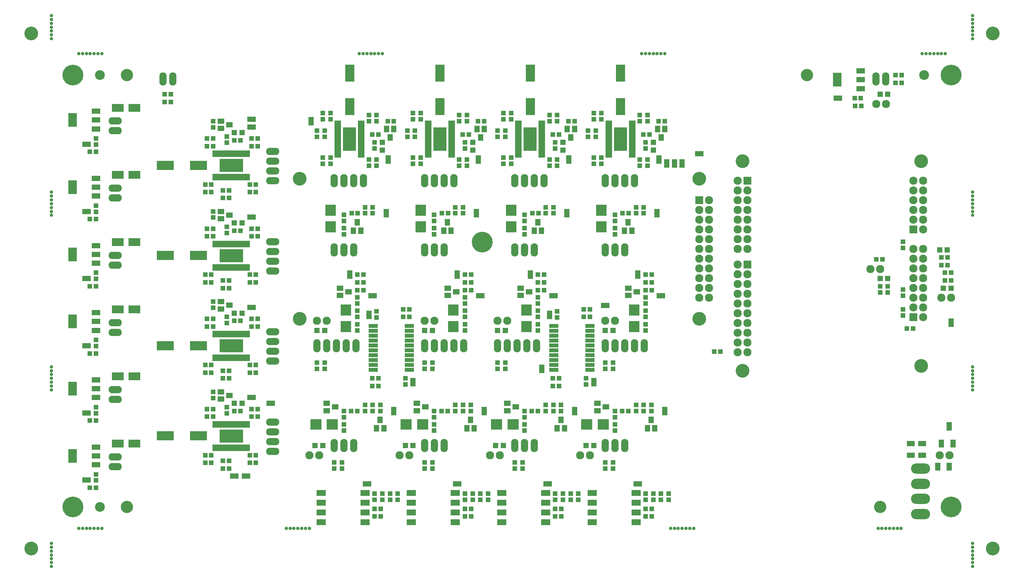
<source format=gbr>
G04 #@! TF.FileFunction,Soldermask,Top*
%FSLAX46Y46*%
G04 Gerber Fmt 4.6, Leading zero omitted, Abs format (unit mm)*
G04 Created by KiCad (PCBNEW 4.0.5) date 06/08/17 15:42:24*
%MOMM*%
%LPD*%
G01*
G04 APERTURE LIST*
%ADD10C,0.100000*%
%ADD11R,1.200000X1.200000*%
%ADD12R,2.700000X2.900000*%
%ADD13R,2.900000X2.700000*%
%ADD14R,1.400000X1.400000*%
%ADD15R,2.300000X3.650000*%
%ADD16R,2.300000X1.350000*%
%ADD17O,3.448000X1.924000*%
%ADD18O,1.924000X3.448000*%
%ADD19O,4.972000X2.686000*%
%ADD20R,1.800000X1.400000*%
%ADD21R,1.400000X1.800000*%
%ADD22R,2.127200X2.127200*%
%ADD23O,2.127200X2.127200*%
%ADD24R,3.050000X2.150000*%
%ADD25R,2.350000X1.000000*%
%ADD26R,1.000000X1.750000*%
%ADD27R,0.780000X1.750000*%
%ADD28R,6.100000X3.400000*%
%ADD29R,1.750000X1.000000*%
%ADD30R,1.750000X0.780000*%
%ADD31R,3.400000X6.100000*%
%ADD32R,2.400000X4.500000*%
%ADD33R,4.500000X2.400000*%
%ADD34C,2.540000*%
%ADD35C,5.400000*%
%ADD36C,3.575000*%
%ADD37C,3.200000*%
%ADD38C,0.900000*%
%ADD39R,2.432000X1.543000*%
%ADD40R,1.400000X2.000000*%
%ADD41R,2.000000X1.400000*%
%ADD42R,1.400000X2.200000*%
%ADD43R,2.200000X1.400000*%
G04 APERTURE END LIST*
D10*
D11*
X134900000Y-87550000D03*
X136500000Y-87550000D03*
X78900000Y-136550000D03*
X80500000Y-136550000D03*
X78900000Y-113050000D03*
X80500000Y-113050000D03*
X78900000Y-89550000D03*
X80500000Y-89550000D03*
X78900000Y-66050000D03*
X80500000Y-66050000D03*
X68900000Y-136550000D03*
X67300000Y-136550000D03*
X68900000Y-113050000D03*
X67300000Y-113050000D03*
X68900000Y-89550000D03*
X67300000Y-89550000D03*
X68900000Y-66050000D03*
X67300000Y-66050000D03*
X69400000Y-122550000D03*
X67800000Y-122550000D03*
X69400000Y-99050000D03*
X67800000Y-99050000D03*
X69400000Y-75550000D03*
X67800000Y-75550000D03*
X69400000Y-52050000D03*
X67800000Y-52050000D03*
X79400000Y-122550000D03*
X81000000Y-122550000D03*
X79400000Y-99050000D03*
X81000000Y-99050000D03*
X79400000Y-75550000D03*
X81000000Y-75550000D03*
X79400000Y-52050000D03*
X81000000Y-52050000D03*
X106900000Y-89550000D03*
X108500000Y-89550000D03*
X134900000Y-89550000D03*
X136500000Y-89550000D03*
X153900000Y-89550000D03*
X155500000Y-89550000D03*
X181900000Y-89550000D03*
X183500000Y-89550000D03*
X98400000Y-112050000D03*
X98400000Y-110450000D03*
X96400000Y-112050000D03*
X96400000Y-110450000D03*
X126400000Y-112050000D03*
X126400000Y-110450000D03*
X124400000Y-112050000D03*
X124400000Y-110450000D03*
X145400000Y-112050000D03*
X145400000Y-110450000D03*
X143400000Y-112050000D03*
X143400000Y-110450000D03*
X173400000Y-112050000D03*
X173400000Y-110450000D03*
X171400000Y-112050000D03*
X171400000Y-110450000D03*
X120400000Y-96550000D03*
X118800000Y-96550000D03*
X167400000Y-96550000D03*
X165800000Y-96550000D03*
X112400000Y-116550000D03*
X110800000Y-116550000D03*
X159400000Y-116550000D03*
X157800000Y-116550000D03*
X97900000Y-57050000D03*
X97900000Y-58650000D03*
X121400000Y-57050000D03*
X121400000Y-58650000D03*
X144900000Y-57050000D03*
X144900000Y-58650000D03*
X168400000Y-57050000D03*
X168400000Y-58650000D03*
X97900000Y-47050000D03*
X97900000Y-45450000D03*
X121400000Y-47050000D03*
X121400000Y-45450000D03*
X144900000Y-47050000D03*
X144900000Y-45450000D03*
X182400000Y-47550000D03*
X182400000Y-45950000D03*
X111900000Y-47550000D03*
X111900000Y-45950000D03*
X135400000Y-47550000D03*
X135400000Y-45950000D03*
X158900000Y-47550000D03*
X158900000Y-45950000D03*
X168400000Y-47050000D03*
X168400000Y-45450000D03*
X111900000Y-57550000D03*
X111900000Y-59150000D03*
X135400000Y-57550000D03*
X135400000Y-59150000D03*
X158900000Y-57550000D03*
X158900000Y-59150000D03*
X182400000Y-57550000D03*
X182400000Y-59150000D03*
X110900000Y-71550000D03*
X110900000Y-69950000D03*
X134400000Y-71550000D03*
X134400000Y-69950000D03*
X157900000Y-71550000D03*
X157900000Y-69950000D03*
X181400000Y-71550000D03*
X181400000Y-69950000D03*
X258900000Y-85050000D03*
X260500000Y-85050000D03*
X258900000Y-83050000D03*
X260500000Y-83050000D03*
X242900000Y-90550000D03*
X242900000Y-92150000D03*
X244900000Y-90550000D03*
X244900000Y-92150000D03*
X261400000Y-89050000D03*
X259800000Y-89050000D03*
X261400000Y-87050000D03*
X259800000Y-87050000D03*
X115400000Y-144550000D03*
X115400000Y-146150000D03*
X138900000Y-144550000D03*
X138900000Y-146150000D03*
X162400000Y-144550000D03*
X162400000Y-146150000D03*
X185900000Y-144550000D03*
X185900000Y-146150000D03*
X111400000Y-150550000D03*
X113000000Y-150550000D03*
X134900000Y-150550000D03*
X136500000Y-150550000D03*
X158400000Y-150550000D03*
X160000000Y-150550000D03*
X181900000Y-150550000D03*
X183500000Y-150550000D03*
X110900000Y-123050000D03*
X110900000Y-121450000D03*
X134400000Y-123050000D03*
X134400000Y-121450000D03*
X157900000Y-123050000D03*
X157900000Y-121450000D03*
X181400000Y-123050000D03*
X181400000Y-121450000D03*
X58400000Y-42550000D03*
X56800000Y-42550000D03*
X58400000Y-40550000D03*
X56800000Y-40550000D03*
X246900000Y-37550000D03*
X248500000Y-37550000D03*
X246900000Y-35550000D03*
X248500000Y-35550000D03*
X179400000Y-123050000D03*
X179400000Y-121450000D03*
X155900000Y-123050000D03*
X155900000Y-121450000D03*
X132400000Y-123050000D03*
X132400000Y-121450000D03*
X108900000Y-123050000D03*
X108900000Y-121450000D03*
X181900000Y-148550000D03*
X183500000Y-148550000D03*
X158400000Y-148550000D03*
X160000000Y-148550000D03*
X134900000Y-148550000D03*
X136500000Y-148550000D03*
X111400000Y-148550000D03*
X113000000Y-148550000D03*
X183900000Y-144550000D03*
X183900000Y-146150000D03*
X160400000Y-144550000D03*
X160400000Y-146150000D03*
X136900000Y-144550000D03*
X136900000Y-146150000D03*
X113400000Y-144550000D03*
X113400000Y-146150000D03*
X179400000Y-71550000D03*
X179400000Y-69950000D03*
X155900000Y-71550000D03*
X155900000Y-69950000D03*
X132400000Y-71550000D03*
X132400000Y-69950000D03*
X108900000Y-71550000D03*
X108900000Y-69950000D03*
X180400000Y-57550000D03*
X180400000Y-59150000D03*
X180400000Y-47550000D03*
X180400000Y-45950000D03*
X170400000Y-47050000D03*
X170400000Y-45450000D03*
X170400000Y-57050000D03*
X170400000Y-58650000D03*
X156900000Y-57550000D03*
X156900000Y-59150000D03*
X156900000Y-47550000D03*
X156900000Y-45950000D03*
X146900000Y-47050000D03*
X146900000Y-45450000D03*
X146900000Y-57050000D03*
X146900000Y-58650000D03*
X133400000Y-57550000D03*
X133400000Y-59150000D03*
X133400000Y-47550000D03*
X133400000Y-45950000D03*
X123400000Y-47050000D03*
X123400000Y-45450000D03*
X123400000Y-57050000D03*
X123400000Y-58650000D03*
X109900000Y-57550000D03*
X109900000Y-59150000D03*
X109900000Y-47550000D03*
X109900000Y-45950000D03*
X99900000Y-47050000D03*
X99900000Y-45450000D03*
X99900000Y-57050000D03*
X99900000Y-58650000D03*
X168900000Y-50050000D03*
X168900000Y-51650000D03*
X166900000Y-50050000D03*
X166900000Y-51650000D03*
X145400000Y-50050000D03*
X145400000Y-51650000D03*
X143400000Y-50050000D03*
X143400000Y-51650000D03*
X121900000Y-50050000D03*
X121900000Y-51650000D03*
X119900000Y-50050000D03*
X119900000Y-51650000D03*
X98400000Y-50050000D03*
X98400000Y-51650000D03*
X96400000Y-50050000D03*
X96400000Y-51650000D03*
X186900000Y-47550000D03*
X185300000Y-47550000D03*
X163400000Y-47550000D03*
X161800000Y-47550000D03*
X139900000Y-47550000D03*
X138300000Y-47550000D03*
X116400000Y-47550000D03*
X114800000Y-47550000D03*
X181900000Y-53050000D03*
X181900000Y-54650000D03*
X158400000Y-53050000D03*
X158400000Y-54650000D03*
X134900000Y-53050000D03*
X134900000Y-54650000D03*
X111400000Y-53050000D03*
X111400000Y-54650000D03*
X182900000Y-51050000D03*
X181300000Y-51050000D03*
X159400000Y-51050000D03*
X157800000Y-51050000D03*
X135900000Y-51050000D03*
X134300000Y-51050000D03*
X112400000Y-51050000D03*
X110800000Y-51050000D03*
X159400000Y-114550000D03*
X157800000Y-114550000D03*
X112400000Y-114550000D03*
X110800000Y-114550000D03*
X167400000Y-98550000D03*
X165800000Y-98550000D03*
X120400000Y-98550000D03*
X118800000Y-98550000D03*
X79400000Y-54050000D03*
X81000000Y-54050000D03*
X69400000Y-54050000D03*
X67800000Y-54050000D03*
X68900000Y-64050000D03*
X67300000Y-64050000D03*
X78900000Y-64050000D03*
X80500000Y-64050000D03*
X79400000Y-77550000D03*
X81000000Y-77550000D03*
X69400000Y-77550000D03*
X67800000Y-77550000D03*
X68900000Y-87550000D03*
X67300000Y-87550000D03*
X78900000Y-87550000D03*
X80500000Y-87550000D03*
X79400000Y-101050000D03*
X81000000Y-101050000D03*
X69400000Y-101050000D03*
X67800000Y-101050000D03*
X68900000Y-111050000D03*
X67300000Y-111050000D03*
X78900000Y-111050000D03*
X80500000Y-111050000D03*
X79400000Y-124550000D03*
X81000000Y-124550000D03*
X69400000Y-124550000D03*
X67800000Y-124550000D03*
X68900000Y-134550000D03*
X67300000Y-134550000D03*
X78900000Y-134550000D03*
X80500000Y-134550000D03*
X71900000Y-65550000D03*
X73500000Y-65550000D03*
X71900000Y-67550000D03*
X73500000Y-67550000D03*
X71900000Y-89050000D03*
X73500000Y-89050000D03*
X71900000Y-91050000D03*
X73500000Y-91050000D03*
X71900000Y-112550000D03*
X73500000Y-112550000D03*
X71900000Y-114550000D03*
X73500000Y-114550000D03*
X71900000Y-136050000D03*
X73500000Y-136050000D03*
X71900000Y-138050000D03*
X73500000Y-138050000D03*
X69400000Y-47550000D03*
X69400000Y-49150000D03*
X69400000Y-71050000D03*
X69400000Y-72650000D03*
X69400000Y-94550000D03*
X69400000Y-96150000D03*
X69400000Y-118050000D03*
X69400000Y-119650000D03*
X74900000Y-52550000D03*
X76500000Y-52550000D03*
X74900000Y-76050000D03*
X76500000Y-76050000D03*
X74900000Y-99550000D03*
X76500000Y-99550000D03*
X74900000Y-123050000D03*
X76500000Y-123050000D03*
X72900000Y-51550000D03*
X72900000Y-53150000D03*
X72900000Y-75050000D03*
X72900000Y-76650000D03*
X72900000Y-98550000D03*
X72900000Y-100150000D03*
X72900000Y-122050000D03*
X72900000Y-123650000D03*
X181900000Y-91550000D03*
X183500000Y-91550000D03*
X153900000Y-91550000D03*
X155500000Y-91550000D03*
X134900000Y-91550000D03*
X136500000Y-91550000D03*
X106900000Y-91550000D03*
X108500000Y-91550000D03*
D12*
X103900000Y-101050000D03*
X103900000Y-96750000D03*
X131900000Y-101050000D03*
X131900000Y-96750000D03*
X150900000Y-101050000D03*
X150900000Y-96750000D03*
X178900000Y-101050000D03*
X178900000Y-96750000D03*
X99900000Y-75050000D03*
X99900000Y-70750000D03*
X123400000Y-75050000D03*
X123400000Y-70750000D03*
X146900000Y-75050000D03*
X146900000Y-70750000D03*
X170400000Y-75050000D03*
X170400000Y-70750000D03*
D13*
X100400000Y-126550000D03*
X96100000Y-126550000D03*
X123900000Y-126550000D03*
X119600000Y-126550000D03*
X147400000Y-126550000D03*
X143100000Y-126550000D03*
X170900000Y-126550000D03*
X166600000Y-126550000D03*
D11*
X106900000Y-102050000D03*
X106900000Y-100450000D03*
X134900000Y-102050000D03*
X134900000Y-100450000D03*
X153900000Y-102050000D03*
X153900000Y-100450000D03*
X181900000Y-102050000D03*
X181900000Y-100450000D03*
X103400000Y-77050000D03*
X103400000Y-75450000D03*
X126900000Y-77050000D03*
X126900000Y-75450000D03*
X150400000Y-77050000D03*
X150400000Y-75450000D03*
X173900000Y-77050000D03*
X173900000Y-75450000D03*
X103400000Y-126550000D03*
X103400000Y-128150000D03*
X126900000Y-126550000D03*
X126900000Y-128150000D03*
X150400000Y-126550000D03*
X150400000Y-128150000D03*
X173900000Y-126550000D03*
X173900000Y-128150000D03*
X237900000Y-41550000D03*
X236300000Y-41550000D03*
X236400000Y-43550000D03*
X238000000Y-43550000D03*
X173900000Y-123050000D03*
X173900000Y-124650000D03*
X177400000Y-123050000D03*
X175800000Y-123050000D03*
X150400000Y-123050000D03*
X150400000Y-124650000D03*
X153900000Y-123050000D03*
X152300000Y-123050000D03*
X126900000Y-123050000D03*
X126900000Y-124650000D03*
X130400000Y-123050000D03*
X128800000Y-123050000D03*
X103400000Y-123050000D03*
X103400000Y-124650000D03*
X106900000Y-123050000D03*
X105300000Y-123050000D03*
X183400000Y-123050000D03*
X183400000Y-121450000D03*
X159900000Y-123050000D03*
X159900000Y-121450000D03*
X136400000Y-123050000D03*
X136400000Y-121450000D03*
X112900000Y-123050000D03*
X112900000Y-121450000D03*
X181900000Y-144550000D03*
X181900000Y-146150000D03*
X158400000Y-144550000D03*
X158400000Y-146150000D03*
X134900000Y-144550000D03*
X134900000Y-146150000D03*
X111400000Y-144550000D03*
X111400000Y-146150000D03*
X38900000Y-52050000D03*
X38900000Y-53650000D03*
X38900000Y-69550000D03*
X38900000Y-71150000D03*
X38900000Y-87050000D03*
X38900000Y-88650000D03*
X38900000Y-104550000D03*
X38900000Y-106150000D03*
X38900000Y-55550000D03*
X37300000Y-55550000D03*
X38900000Y-73050000D03*
X37300000Y-73050000D03*
X38900000Y-90550000D03*
X37300000Y-90550000D03*
X38900000Y-108050000D03*
X37300000Y-108050000D03*
X38900000Y-122050000D03*
X38900000Y-123650000D03*
X38900000Y-139550000D03*
X38900000Y-141150000D03*
X38900000Y-125550000D03*
X37300000Y-125550000D03*
X38900000Y-143050000D03*
X37300000Y-143050000D03*
X173900000Y-73550000D03*
X173900000Y-71950000D03*
X175900000Y-71550000D03*
X177500000Y-71550000D03*
X150400000Y-73550000D03*
X150400000Y-71950000D03*
X152400000Y-71550000D03*
X154000000Y-71550000D03*
X126900000Y-73550000D03*
X126900000Y-71950000D03*
X128900000Y-71550000D03*
X130500000Y-71550000D03*
X103400000Y-73550000D03*
X103400000Y-71950000D03*
X105400000Y-71550000D03*
X107000000Y-71550000D03*
X248900000Y-93050000D03*
X248900000Y-91450000D03*
X248900000Y-80550000D03*
X248900000Y-78950000D03*
X166400000Y-114550000D03*
X166400000Y-116150000D03*
X119400000Y-114550000D03*
X119400000Y-116150000D03*
X158900000Y-97050000D03*
X158900000Y-98650000D03*
X111900000Y-97050000D03*
X111900000Y-98650000D03*
X181900000Y-98550000D03*
X181900000Y-96950000D03*
X181900000Y-95050000D03*
X181900000Y-93450000D03*
X153900000Y-98550000D03*
X153900000Y-96950000D03*
X153900000Y-95050000D03*
X153900000Y-93450000D03*
X248900000Y-96550000D03*
X248900000Y-98150000D03*
X134900000Y-98550000D03*
X134900000Y-96950000D03*
X134900000Y-95050000D03*
X134900000Y-93450000D03*
X106900000Y-98550000D03*
X106900000Y-96950000D03*
X106900000Y-95050000D03*
X106900000Y-93450000D03*
X181900000Y-87550000D03*
X183500000Y-87550000D03*
X153900000Y-87550000D03*
X155500000Y-87550000D03*
X106900000Y-87550000D03*
X108500000Y-87550000D03*
X249900000Y-101550000D03*
X251500000Y-101550000D03*
D14*
X96400000Y-102050000D03*
X98400000Y-102050000D03*
X124400000Y-102050000D03*
X126400000Y-102050000D03*
X143400000Y-102050000D03*
X145400000Y-102050000D03*
X171400000Y-102050000D03*
X173400000Y-102050000D03*
X244900000Y-88550000D03*
X242900000Y-88550000D03*
X259400000Y-91050000D03*
X261400000Y-91050000D03*
X244900000Y-40550000D03*
X242900000Y-40550000D03*
D15*
X231800000Y-36750000D03*
D16*
X237900000Y-36750000D03*
X237900000Y-34450000D03*
X237900000Y-39050000D03*
D15*
X32800000Y-47250000D03*
D16*
X38900000Y-47250000D03*
X38900000Y-44950000D03*
X38900000Y-49550000D03*
D15*
X32800000Y-64750000D03*
D16*
X38900000Y-64750000D03*
X38900000Y-62450000D03*
X38900000Y-67050000D03*
D15*
X32800000Y-82250000D03*
D16*
X38900000Y-82250000D03*
X38900000Y-79950000D03*
X38900000Y-84550000D03*
D15*
X32800000Y-99750000D03*
D16*
X38900000Y-99750000D03*
X38900000Y-97450000D03*
X38900000Y-102050000D03*
D15*
X32800000Y-117250000D03*
D16*
X38900000Y-117250000D03*
X38900000Y-114950000D03*
X38900000Y-119550000D03*
D15*
X32800000Y-134750000D03*
D16*
X38900000Y-134750000D03*
X38900000Y-132450000D03*
X38900000Y-137050000D03*
D17*
X43900000Y-137550000D03*
X43900000Y-135010000D03*
X43900000Y-120050000D03*
X43900000Y-117510000D03*
X43900000Y-102550000D03*
X43900000Y-100010000D03*
X43900000Y-85050000D03*
X43900000Y-82510000D03*
X43900000Y-67550000D03*
X43900000Y-65010000D03*
X43900000Y-50050000D03*
X43900000Y-47510000D03*
D18*
X58900000Y-36550000D03*
X56360000Y-36550000D03*
X244400000Y-36550000D03*
X241860000Y-36550000D03*
D19*
X253400000Y-138050000D03*
X253400000Y-142012400D03*
X253400000Y-145974800D03*
X253400000Y-149937200D03*
D20*
X169400000Y-121050000D03*
X169400000Y-122950000D03*
X171600000Y-122000000D03*
D21*
X182400000Y-127550000D03*
X184300000Y-127550000D03*
X183350000Y-125350000D03*
D20*
X145900000Y-121050000D03*
X145900000Y-122950000D03*
X148100000Y-122000000D03*
D21*
X158900000Y-127550000D03*
X160800000Y-127550000D03*
X159850000Y-125350000D03*
D20*
X122400000Y-121050000D03*
X122400000Y-122950000D03*
X124600000Y-122000000D03*
D21*
X135400000Y-127550000D03*
X137300000Y-127550000D03*
X136350000Y-125350000D03*
D20*
X98900000Y-121050000D03*
X98900000Y-122950000D03*
X101100000Y-122000000D03*
D21*
X111900000Y-127550000D03*
X113800000Y-127550000D03*
X112850000Y-125350000D03*
X176400000Y-76050000D03*
X178300000Y-76050000D03*
X177350000Y-73850000D03*
X152900000Y-76050000D03*
X154800000Y-76050000D03*
X153850000Y-73850000D03*
X129400000Y-76050000D03*
X131300000Y-76050000D03*
X130350000Y-73850000D03*
X105900000Y-76050000D03*
X107800000Y-76050000D03*
X106850000Y-73850000D03*
X186900000Y-49550000D03*
X185000000Y-49550000D03*
X185950000Y-51750000D03*
X163400000Y-49550000D03*
X161500000Y-49550000D03*
X162450000Y-51750000D03*
X139900000Y-49550000D03*
X138000000Y-49550000D03*
X138950000Y-51750000D03*
X116400000Y-49550000D03*
X114500000Y-49550000D03*
X115450000Y-51750000D03*
D20*
X71400000Y-47550000D03*
X71400000Y-49450000D03*
X73600000Y-48500000D03*
X71400000Y-71050000D03*
X71400000Y-72950000D03*
X73600000Y-72000000D03*
X71400000Y-94550000D03*
X71400000Y-96450000D03*
X73600000Y-95500000D03*
X71400000Y-118050000D03*
X71400000Y-119950000D03*
X73600000Y-119000000D03*
X177400000Y-91050000D03*
X177400000Y-92950000D03*
X179600000Y-92000000D03*
X149400000Y-91050000D03*
X149400000Y-92950000D03*
X151600000Y-92000000D03*
X130400000Y-91050000D03*
X130400000Y-92950000D03*
X132600000Y-92000000D03*
X102400000Y-91050000D03*
X102400000Y-92950000D03*
X104600000Y-92000000D03*
D22*
X195890000Y-68130000D03*
D23*
X198430000Y-68130000D03*
X195890000Y-70670000D03*
X198430000Y-70670000D03*
X195890000Y-73210000D03*
X198430000Y-73210000D03*
X195890000Y-75750000D03*
X198430000Y-75750000D03*
X195890000Y-78290000D03*
X198430000Y-78290000D03*
X195890000Y-80830000D03*
X198430000Y-80830000D03*
X195890000Y-83370000D03*
X198430000Y-83370000D03*
X195890000Y-85910000D03*
X198430000Y-85910000D03*
X195890000Y-88450000D03*
X198430000Y-88450000D03*
X195890000Y-90990000D03*
X198430000Y-90990000D03*
X195890000Y-93530000D03*
X198430000Y-93530000D03*
D17*
X84900000Y-133550000D03*
X84900000Y-131010000D03*
X84900000Y-128470000D03*
X84900000Y-125930000D03*
X84900000Y-110050000D03*
X84900000Y-107510000D03*
X84900000Y-104970000D03*
X84900000Y-102430000D03*
X84900000Y-86550000D03*
X84900000Y-84010000D03*
X84900000Y-81470000D03*
X84900000Y-78930000D03*
X84900000Y-63050000D03*
X84900000Y-60510000D03*
X84900000Y-57970000D03*
X84900000Y-55430000D03*
D18*
X100900000Y-63050000D03*
X103440000Y-63050000D03*
X105980000Y-63050000D03*
X108520000Y-63050000D03*
X124400000Y-63050000D03*
X126940000Y-63050000D03*
X129480000Y-63050000D03*
X132020000Y-63050000D03*
X147900000Y-63050000D03*
X150440000Y-63050000D03*
X152980000Y-63050000D03*
X155520000Y-63050000D03*
X171400000Y-63050000D03*
X173940000Y-63050000D03*
X176480000Y-63050000D03*
X179020000Y-63050000D03*
X100900000Y-81050000D03*
X103440000Y-81050000D03*
X105980000Y-81050000D03*
X124400000Y-81050000D03*
X126940000Y-81050000D03*
X129480000Y-81050000D03*
X147900000Y-81050000D03*
X150440000Y-81050000D03*
X152980000Y-81050000D03*
X171400000Y-81050000D03*
X173940000Y-81050000D03*
X176480000Y-81050000D03*
X100900000Y-132050000D03*
X103440000Y-132050000D03*
X105980000Y-132050000D03*
X124400000Y-132050000D03*
X126940000Y-132050000D03*
X129480000Y-132050000D03*
X147900000Y-132050000D03*
X150440000Y-132050000D03*
X152980000Y-132050000D03*
X171400000Y-132050000D03*
X173940000Y-132050000D03*
X176480000Y-132050000D03*
X96400000Y-106050000D03*
X98940000Y-106050000D03*
X101480000Y-106050000D03*
X104020000Y-106050000D03*
X106560000Y-106050000D03*
X124400000Y-106050000D03*
X126940000Y-106050000D03*
X129480000Y-106050000D03*
X132020000Y-106050000D03*
X134560000Y-106050000D03*
X143400000Y-106050000D03*
X145940000Y-106050000D03*
X148480000Y-106050000D03*
X151020000Y-106050000D03*
X153560000Y-106050000D03*
X171400000Y-106050000D03*
X173940000Y-106050000D03*
X176480000Y-106050000D03*
X179020000Y-106050000D03*
X181560000Y-106050000D03*
D24*
X48900000Y-44050000D03*
X44600000Y-44050000D03*
X48900000Y-61550000D03*
X44600000Y-61550000D03*
X48900000Y-79050000D03*
X44600000Y-79050000D03*
X48900000Y-96550000D03*
X44600000Y-96550000D03*
X48900000Y-114050000D03*
X44600000Y-114050000D03*
X48900000Y-131550000D03*
X44600000Y-131550000D03*
D25*
X167400000Y-112355000D03*
X167400000Y-111085000D03*
X167400000Y-109815000D03*
X167400000Y-108545000D03*
X167400000Y-107275000D03*
X167400000Y-106005000D03*
X167400000Y-104735000D03*
X167400000Y-103465000D03*
X167400000Y-102195000D03*
X167400000Y-100925000D03*
X158000000Y-100925000D03*
X158000000Y-102195000D03*
X158000000Y-103465000D03*
X158000000Y-104735000D03*
X158000000Y-106005000D03*
X158000000Y-107275000D03*
X158000000Y-108545000D03*
X158000000Y-109815000D03*
X158000000Y-111085000D03*
X158000000Y-112355000D03*
X120400000Y-112355000D03*
X120400000Y-111085000D03*
X120400000Y-109815000D03*
X120400000Y-108545000D03*
X120400000Y-107275000D03*
X120400000Y-106005000D03*
X120400000Y-104735000D03*
X120400000Y-103465000D03*
X120400000Y-102195000D03*
X120400000Y-100925000D03*
X111000000Y-100925000D03*
X111000000Y-102195000D03*
X111000000Y-103465000D03*
X111000000Y-104735000D03*
X111000000Y-106005000D03*
X111000000Y-107275000D03*
X111000000Y-108545000D03*
X111000000Y-109815000D03*
X111000000Y-111085000D03*
X111000000Y-112355000D03*
D14*
X258400000Y-81050000D03*
X260400000Y-81050000D03*
X183900000Y-53050000D03*
X183900000Y-55050000D03*
X160400000Y-53050000D03*
X160400000Y-55050000D03*
X136900000Y-53050000D03*
X136900000Y-55050000D03*
X113400000Y-53050000D03*
X113400000Y-55050000D03*
X74900000Y-50550000D03*
X76900000Y-50550000D03*
X74900000Y-74050000D03*
X76900000Y-74050000D03*
X74900000Y-97550000D03*
X76900000Y-97550000D03*
X74900000Y-121050000D03*
X76900000Y-121050000D03*
D26*
X69745000Y-132650000D03*
D27*
X70495000Y-132650000D03*
X71145000Y-132650000D03*
X71795000Y-132650000D03*
X72445000Y-132650000D03*
X73095000Y-132650000D03*
X73745000Y-132650000D03*
X74395000Y-132650000D03*
X75045000Y-132650000D03*
X75695000Y-132650000D03*
X76345000Y-132650000D03*
X76995000Y-132650000D03*
X77645000Y-132650000D03*
D26*
X78395000Y-132650000D03*
X78395000Y-126550000D03*
D27*
X77645000Y-126550000D03*
X76995000Y-126550000D03*
X76345000Y-126550000D03*
X75695000Y-126550000D03*
X75045000Y-126550000D03*
X74395000Y-126550000D03*
X73745000Y-126550000D03*
X73095000Y-126550000D03*
X72445000Y-126550000D03*
X71795000Y-126550000D03*
X71145000Y-126550000D03*
X70495000Y-126550000D03*
D26*
X69745000Y-126550000D03*
D28*
X74075000Y-129600000D03*
D26*
X69745000Y-109150000D03*
D27*
X70495000Y-109150000D03*
X71145000Y-109150000D03*
X71795000Y-109150000D03*
X72445000Y-109150000D03*
X73095000Y-109150000D03*
X73745000Y-109150000D03*
X74395000Y-109150000D03*
X75045000Y-109150000D03*
X75695000Y-109150000D03*
X76345000Y-109150000D03*
X76995000Y-109150000D03*
X77645000Y-109150000D03*
D26*
X78395000Y-109150000D03*
X78395000Y-103050000D03*
D27*
X77645000Y-103050000D03*
X76995000Y-103050000D03*
X76345000Y-103050000D03*
X75695000Y-103050000D03*
X75045000Y-103050000D03*
X74395000Y-103050000D03*
X73745000Y-103050000D03*
X73095000Y-103050000D03*
X72445000Y-103050000D03*
X71795000Y-103050000D03*
X71145000Y-103050000D03*
X70495000Y-103050000D03*
D26*
X69745000Y-103050000D03*
D28*
X74075000Y-106100000D03*
D26*
X69745000Y-85650000D03*
D27*
X70495000Y-85650000D03*
X71145000Y-85650000D03*
X71795000Y-85650000D03*
X72445000Y-85650000D03*
X73095000Y-85650000D03*
X73745000Y-85650000D03*
X74395000Y-85650000D03*
X75045000Y-85650000D03*
X75695000Y-85650000D03*
X76345000Y-85650000D03*
X76995000Y-85650000D03*
X77645000Y-85650000D03*
D26*
X78395000Y-85650000D03*
X78395000Y-79550000D03*
D27*
X77645000Y-79550000D03*
X76995000Y-79550000D03*
X76345000Y-79550000D03*
X75695000Y-79550000D03*
X75045000Y-79550000D03*
X74395000Y-79550000D03*
X73745000Y-79550000D03*
X73095000Y-79550000D03*
X72445000Y-79550000D03*
X71795000Y-79550000D03*
X71145000Y-79550000D03*
X70495000Y-79550000D03*
D26*
X69745000Y-79550000D03*
D28*
X74075000Y-82600000D03*
D26*
X69745000Y-62150000D03*
D27*
X70495000Y-62150000D03*
X71145000Y-62150000D03*
X71795000Y-62150000D03*
X72445000Y-62150000D03*
X73095000Y-62150000D03*
X73745000Y-62150000D03*
X74395000Y-62150000D03*
X75045000Y-62150000D03*
X75695000Y-62150000D03*
X76345000Y-62150000D03*
X76995000Y-62150000D03*
X77645000Y-62150000D03*
D26*
X78395000Y-62150000D03*
X78395000Y-56050000D03*
D27*
X77645000Y-56050000D03*
X76995000Y-56050000D03*
X76345000Y-56050000D03*
X75695000Y-56050000D03*
X75045000Y-56050000D03*
X74395000Y-56050000D03*
X73745000Y-56050000D03*
X73095000Y-56050000D03*
X72445000Y-56050000D03*
X71795000Y-56050000D03*
X71145000Y-56050000D03*
X70495000Y-56050000D03*
D26*
X69745000Y-56050000D03*
D28*
X74075000Y-59100000D03*
D29*
X101800000Y-47895000D03*
D30*
X101800000Y-48645000D03*
X101800000Y-49295000D03*
X101800000Y-49945000D03*
X101800000Y-50595000D03*
X101800000Y-51245000D03*
X101800000Y-51895000D03*
X101800000Y-52545000D03*
X101800000Y-53195000D03*
X101800000Y-53845000D03*
X101800000Y-54495000D03*
X101800000Y-55145000D03*
X101800000Y-55795000D03*
D29*
X101800000Y-56545000D03*
X107900000Y-56545000D03*
D30*
X107900000Y-55795000D03*
X107900000Y-55145000D03*
X107900000Y-54495000D03*
X107900000Y-53845000D03*
X107900000Y-53195000D03*
X107900000Y-52545000D03*
X107900000Y-51895000D03*
X107900000Y-51245000D03*
X107900000Y-50595000D03*
X107900000Y-49945000D03*
X107900000Y-49295000D03*
X107900000Y-48645000D03*
D29*
X107900000Y-47895000D03*
D31*
X104850000Y-52225000D03*
D29*
X125300000Y-47895000D03*
D30*
X125300000Y-48645000D03*
X125300000Y-49295000D03*
X125300000Y-49945000D03*
X125300000Y-50595000D03*
X125300000Y-51245000D03*
X125300000Y-51895000D03*
X125300000Y-52545000D03*
X125300000Y-53195000D03*
X125300000Y-53845000D03*
X125300000Y-54495000D03*
X125300000Y-55145000D03*
X125300000Y-55795000D03*
D29*
X125300000Y-56545000D03*
X131400000Y-56545000D03*
D30*
X131400000Y-55795000D03*
X131400000Y-55145000D03*
X131400000Y-54495000D03*
X131400000Y-53845000D03*
X131400000Y-53195000D03*
X131400000Y-52545000D03*
X131400000Y-51895000D03*
X131400000Y-51245000D03*
X131400000Y-50595000D03*
X131400000Y-49945000D03*
X131400000Y-49295000D03*
X131400000Y-48645000D03*
D29*
X131400000Y-47895000D03*
D31*
X128350000Y-52225000D03*
D29*
X148800000Y-47895000D03*
D30*
X148800000Y-48645000D03*
X148800000Y-49295000D03*
X148800000Y-49945000D03*
X148800000Y-50595000D03*
X148800000Y-51245000D03*
X148800000Y-51895000D03*
X148800000Y-52545000D03*
X148800000Y-53195000D03*
X148800000Y-53845000D03*
X148800000Y-54495000D03*
X148800000Y-55145000D03*
X148800000Y-55795000D03*
D29*
X148800000Y-56545000D03*
X154900000Y-56545000D03*
D30*
X154900000Y-55795000D03*
X154900000Y-55145000D03*
X154900000Y-54495000D03*
X154900000Y-53845000D03*
X154900000Y-53195000D03*
X154900000Y-52545000D03*
X154900000Y-51895000D03*
X154900000Y-51245000D03*
X154900000Y-50595000D03*
X154900000Y-49945000D03*
X154900000Y-49295000D03*
X154900000Y-48645000D03*
D29*
X154900000Y-47895000D03*
D31*
X151850000Y-52225000D03*
D29*
X172300000Y-47895000D03*
D30*
X172300000Y-48645000D03*
X172300000Y-49295000D03*
X172300000Y-49945000D03*
X172300000Y-50595000D03*
X172300000Y-51245000D03*
X172300000Y-51895000D03*
X172300000Y-52545000D03*
X172300000Y-53195000D03*
X172300000Y-53845000D03*
X172300000Y-54495000D03*
X172300000Y-55145000D03*
X172300000Y-55795000D03*
D29*
X172300000Y-56545000D03*
X178400000Y-56545000D03*
D30*
X178400000Y-55795000D03*
X178400000Y-55145000D03*
X178400000Y-54495000D03*
X178400000Y-53845000D03*
X178400000Y-53195000D03*
X178400000Y-52545000D03*
X178400000Y-51895000D03*
X178400000Y-51245000D03*
X178400000Y-50595000D03*
X178400000Y-49945000D03*
X178400000Y-49295000D03*
X178400000Y-48645000D03*
D29*
X178400000Y-47895000D03*
D31*
X175350000Y-52225000D03*
D32*
X175400000Y-35050000D03*
X175400000Y-43750000D03*
X151900000Y-35050000D03*
X151900000Y-43750000D03*
X128400000Y-35050000D03*
X128400000Y-43750000D03*
X104900000Y-35050000D03*
X104900000Y-43750000D03*
D33*
X56900000Y-59050000D03*
X65600000Y-59050000D03*
X56900000Y-82550000D03*
X65600000Y-82550000D03*
X56900000Y-106050000D03*
X65600000Y-106050000D03*
X56900000Y-129550000D03*
X65600000Y-129550000D03*
D11*
X171400000Y-138050000D03*
X171400000Y-136450000D03*
X173400000Y-138050000D03*
X173400000Y-136450000D03*
X147900000Y-138050000D03*
X147900000Y-136450000D03*
X149900000Y-138050000D03*
X149900000Y-136450000D03*
X124400000Y-138050000D03*
X124400000Y-136450000D03*
X126400000Y-138050000D03*
X126400000Y-136450000D03*
X100900000Y-138050000D03*
X100900000Y-136450000D03*
X102900000Y-138050000D03*
X102900000Y-136450000D03*
D14*
X166400000Y-132050000D03*
X168400000Y-132050000D03*
X142900000Y-132050000D03*
X144900000Y-132050000D03*
X119400000Y-132050000D03*
X121400000Y-132050000D03*
X95900000Y-132050000D03*
X97900000Y-132050000D03*
D23*
X258400000Y-134550000D03*
X260940000Y-134550000D03*
X241900000Y-43050000D03*
X244440000Y-43050000D03*
X164900000Y-134550000D03*
X167440000Y-134550000D03*
X141400000Y-134550000D03*
X143940000Y-134550000D03*
X117900000Y-134550000D03*
X120440000Y-134550000D03*
X94400000Y-134550000D03*
X96940000Y-134550000D03*
X258900000Y-93550000D03*
X261440000Y-93550000D03*
X242900000Y-86050000D03*
X240360000Y-86050000D03*
X171400000Y-99550000D03*
X173940000Y-99550000D03*
X143400000Y-99550000D03*
X145940000Y-99550000D03*
X124400000Y-99550000D03*
X126940000Y-99550000D03*
X96400000Y-99550000D03*
X98940000Y-99550000D03*
D34*
X39900000Y-35550000D03*
X254400000Y-35550000D03*
X39900000Y-148050000D03*
D35*
X261400000Y-148050000D03*
X32900000Y-148050000D03*
X261400000Y-35550000D03*
X32900000Y-35550000D03*
X139400000Y-79050000D03*
D23*
X205860000Y-63050000D03*
D22*
X208400000Y-63050000D03*
D23*
X205860000Y-65590000D03*
X208400000Y-65590000D03*
X205860000Y-68130000D03*
X208400000Y-68130000D03*
X205860000Y-70670000D03*
X208400000Y-70670000D03*
X205860000Y-73210000D03*
X208400000Y-73210000D03*
X205860000Y-75750000D03*
X208400000Y-75750000D03*
X205860000Y-78290000D03*
X208400000Y-78290000D03*
X205860000Y-80830000D03*
X208400000Y-80830000D03*
X205860000Y-84894000D03*
D22*
X208400000Y-84894000D03*
D23*
X205860000Y-87434000D03*
X208400000Y-87434000D03*
X205860000Y-89974000D03*
X208400000Y-89974000D03*
X205860000Y-92514000D03*
X208400000Y-92514000D03*
X205860000Y-95054000D03*
X208400000Y-95054000D03*
X205860000Y-97594000D03*
X208400000Y-97594000D03*
X205860000Y-100134000D03*
X208400000Y-100134000D03*
X205860000Y-102674000D03*
X208400000Y-102674000D03*
X205860000Y-105214000D03*
X208400000Y-105214000D03*
X205860000Y-107754000D03*
X208400000Y-107754000D03*
X254120000Y-75750000D03*
D22*
X251580000Y-75750000D03*
D23*
X254120000Y-73210000D03*
X251580000Y-73210000D03*
X254120000Y-70670000D03*
X251580000Y-70670000D03*
X254120000Y-68130000D03*
X251580000Y-68130000D03*
X254120000Y-65590000D03*
X251580000Y-65590000D03*
X254120000Y-63050000D03*
X251580000Y-63050000D03*
X254120000Y-98610000D03*
D22*
X251580000Y-98610000D03*
D23*
X254120000Y-96070000D03*
X251580000Y-96070000D03*
X254120000Y-93530000D03*
X251580000Y-93530000D03*
X254120000Y-90990000D03*
X251580000Y-90990000D03*
X254120000Y-88450000D03*
X251580000Y-88450000D03*
X254120000Y-85910000D03*
X251580000Y-85910000D03*
X254120000Y-83370000D03*
X251580000Y-83370000D03*
X254120000Y-80830000D03*
X251580000Y-80830000D03*
D36*
X207130000Y-57970000D03*
X253612000Y-57970000D03*
X253612000Y-111310000D03*
X207130000Y-112580000D03*
X195900000Y-99050000D03*
X195900000Y-62550000D03*
X91900000Y-99050000D03*
X91900000Y-62550000D03*
D11*
X241900000Y-83550000D03*
X243500000Y-83550000D03*
X201400000Y-107550000D03*
X199800000Y-107550000D03*
X187900000Y-144550000D03*
X187900000Y-146150000D03*
X164400000Y-144550000D03*
X164400000Y-146150000D03*
X140900000Y-144550000D03*
X140900000Y-146150000D03*
X117400000Y-144550000D03*
X117400000Y-146150000D03*
D37*
X46900000Y-35550000D03*
X242900000Y-148050000D03*
X223900000Y-35550000D03*
X46900000Y-148050000D03*
D36*
X22050000Y-24700000D03*
X272250000Y-24700000D03*
X272250000Y-158900000D03*
X22050000Y-158900000D03*
D38*
X194400000Y-153650000D03*
X188400000Y-153650000D03*
X193400000Y-153650000D03*
X192400000Y-153650000D03*
X191400000Y-153650000D03*
X190400000Y-153650000D03*
X189400000Y-153650000D03*
X94400000Y-153650000D03*
X88400000Y-153650000D03*
X93400000Y-153650000D03*
X92400000Y-153650000D03*
X91400000Y-153650000D03*
X90400000Y-153650000D03*
X89400000Y-153650000D03*
X40400000Y-153650000D03*
X34400000Y-153650000D03*
X39400000Y-153650000D03*
X38400000Y-153650000D03*
X37400000Y-153650000D03*
X36400000Y-153650000D03*
X35400000Y-153650000D03*
X248400000Y-153650000D03*
X242400000Y-153650000D03*
X247400000Y-153650000D03*
X246400000Y-153650000D03*
X245400000Y-153650000D03*
X244400000Y-153650000D03*
X243400000Y-153650000D03*
X267000000Y-157550000D03*
X267000000Y-163550000D03*
X267000000Y-158550000D03*
X267000000Y-159550000D03*
X267000000Y-160550000D03*
X267000000Y-161550000D03*
X267000000Y-162550000D03*
X267000000Y-20050000D03*
X267000000Y-26050000D03*
X267000000Y-21050000D03*
X267000000Y-22050000D03*
X267000000Y-23050000D03*
X267000000Y-24050000D03*
X267000000Y-25050000D03*
X267000000Y-111550000D03*
X267000000Y-117550000D03*
X267000000Y-112550000D03*
X267000000Y-113550000D03*
X267000000Y-114550000D03*
X267000000Y-115550000D03*
X267000000Y-116550000D03*
X267000000Y-66050000D03*
X267000000Y-72050000D03*
X267000000Y-67050000D03*
X267000000Y-68050000D03*
X267000000Y-69050000D03*
X267000000Y-70050000D03*
X267000000Y-71050000D03*
X27300000Y-163550000D03*
X27300000Y-157550000D03*
X27300000Y-162550000D03*
X27300000Y-161550000D03*
X27300000Y-160550000D03*
X27300000Y-159550000D03*
X27300000Y-158550000D03*
X27300000Y-26050000D03*
X27300000Y-20050000D03*
X27300000Y-25050000D03*
X27300000Y-24050000D03*
X27300000Y-23050000D03*
X27300000Y-22050000D03*
X27300000Y-21050000D03*
X27300000Y-72050000D03*
X27300000Y-66050000D03*
X27300000Y-71050000D03*
X27300000Y-70050000D03*
X27300000Y-69050000D03*
X27300000Y-68050000D03*
X27300000Y-67050000D03*
X27300000Y-117550000D03*
X27300000Y-111550000D03*
X27300000Y-116550000D03*
X27300000Y-115550000D03*
X27300000Y-114550000D03*
X27300000Y-113550000D03*
X27300000Y-112550000D03*
X34400000Y-29950000D03*
X40400000Y-29950000D03*
X35400000Y-29950000D03*
X36400000Y-29950000D03*
X37400000Y-29950000D03*
X38400000Y-29950000D03*
X39400000Y-29950000D03*
X253900000Y-29950000D03*
X259900000Y-29950000D03*
X254900000Y-29950000D03*
X255900000Y-29950000D03*
X256900000Y-29950000D03*
X257900000Y-29950000D03*
X258900000Y-29950000D03*
X107400000Y-29950000D03*
X113400000Y-29950000D03*
X108400000Y-29950000D03*
X109400000Y-29950000D03*
X110400000Y-29950000D03*
X111400000Y-29950000D03*
X112400000Y-29950000D03*
X180900000Y-29950000D03*
X186900000Y-29950000D03*
X181900000Y-29950000D03*
X182900000Y-29950000D03*
X183900000Y-29950000D03*
X184900000Y-29950000D03*
X185900000Y-29950000D03*
D39*
X167975000Y-152050000D03*
X167975000Y-149510000D03*
X167975000Y-146970000D03*
X167975000Y-144430000D03*
X179405000Y-144430000D03*
X179405000Y-146970000D03*
X179405000Y-149510000D03*
X179405000Y-152050000D03*
X144475000Y-152050000D03*
X144475000Y-149510000D03*
X144475000Y-146970000D03*
X144475000Y-144430000D03*
X155905000Y-144430000D03*
X155905000Y-146970000D03*
X155905000Y-149510000D03*
X155905000Y-152050000D03*
X120975000Y-152050000D03*
X120975000Y-149510000D03*
X120975000Y-146970000D03*
X120975000Y-144430000D03*
X132405000Y-144430000D03*
X132405000Y-146970000D03*
X132405000Y-149510000D03*
X132405000Y-152050000D03*
X97475000Y-152050000D03*
X97475000Y-149510000D03*
X97475000Y-146970000D03*
X97475000Y-144430000D03*
X108905000Y-144430000D03*
X108905000Y-146970000D03*
X108905000Y-149510000D03*
X108905000Y-152050000D03*
D40*
X257900000Y-137550000D03*
X260900000Y-137550000D03*
X261900000Y-131550000D03*
X258900000Y-131550000D03*
D41*
X253900000Y-134550000D03*
X253900000Y-131550000D03*
X250900000Y-134550000D03*
X250900000Y-131550000D03*
D42*
X168400000Y-115550000D03*
X156900000Y-98050000D03*
X121400000Y-115550000D03*
X109900000Y-98050000D03*
X154900000Y-112050000D03*
D43*
X171400000Y-95550000D03*
X79400000Y-47050000D03*
X195900000Y-56050000D03*
D42*
X94900000Y-47550000D03*
X187400000Y-58550000D03*
X189400000Y-58550000D03*
X191400000Y-58550000D03*
D43*
X185900000Y-93050000D03*
X157900000Y-93050000D03*
X138900000Y-93050000D03*
X110900000Y-93050000D03*
D42*
X260900000Y-127050000D03*
X261400000Y-100050000D03*
D43*
X84400000Y-121050000D03*
X77900000Y-140050000D03*
X74900000Y-140050000D03*
X231900000Y-41550000D03*
D42*
X186900000Y-123050000D03*
X163400000Y-123050000D03*
X139900000Y-123050000D03*
X116400000Y-123050000D03*
D43*
X179900000Y-142050000D03*
X156400000Y-142050000D03*
X132900000Y-142050000D03*
X109400000Y-142050000D03*
X36400000Y-53550000D03*
X36400000Y-71050000D03*
X36400000Y-88550000D03*
X36400000Y-106050000D03*
X36400000Y-123550000D03*
X36400000Y-141050000D03*
D42*
X184900000Y-71550000D03*
X161400000Y-71550000D03*
X137900000Y-71550000D03*
X114400000Y-71550000D03*
X185400000Y-57550000D03*
X161900000Y-57550000D03*
X138400000Y-57550000D03*
X114900000Y-57550000D03*
D43*
X79400000Y-49050000D03*
X79400000Y-72550000D03*
X79400000Y-96050000D03*
X79400000Y-119550000D03*
D42*
X179900000Y-87550000D03*
X151900000Y-87550000D03*
X132900000Y-87550000D03*
X104900000Y-87550000D03*
M02*

</source>
